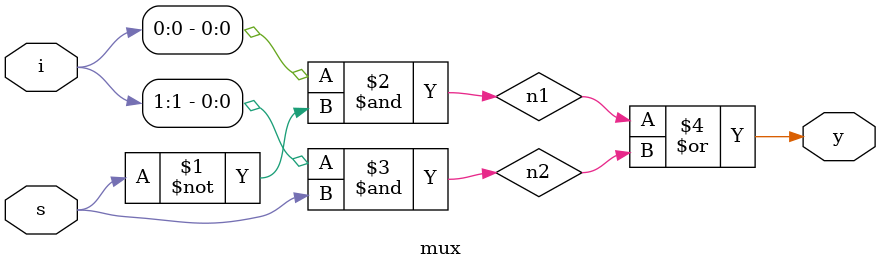
<source format=v>
module mux(i,s,y);
input [1:0] i;
input s;
output y;
`ifdef BEHAV reg y;
`else wire y;
`endif

`ifdef BEHAV
	always @(*) begin
	y= s ? i[1] : i[0];
	end
`elsif DATAFLOW
	assign y= s ? i[1] : i[0];
`else //GATE	
	and g1(n1,i[0],~s);
	and g2(n2,i[1],s);
	or g3(y,n1,n2);
`endif
	

endmodule

</source>
